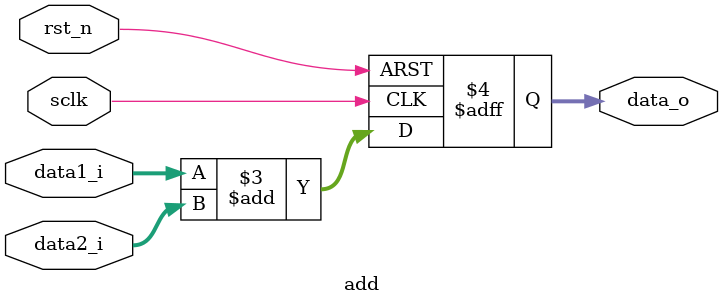
<source format=v>
module add (
    input sclk,
    input rst_n,
    input [7:0] data1_i,
    input [7:0] data2_i,
    output reg [7:0] data_o
);

always@ (posedge sclk or negedge rst_n) begin
    if(~rst_n)
        data_o <= 8'b0;
    else
        data_o <= data1_i + data2_i;
end

endmodule

</source>
